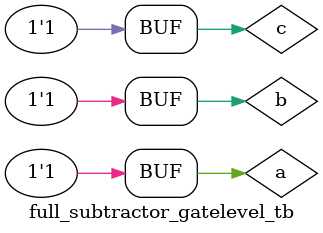
<source format=v>
module full_subtractor_gatelevel(a,b,c,d,bo);
input a,b,c;
output d,bo;
wire t1,t2,t3,t4,t5;
xor G0(t1,a,b);
xnor G1(t2,a,b);
not G2(t3,a);
and G3(t4,t3,b);
xor G4(d,t1,c);
and G5(t5,t2,c);
or G6(bo,t4,t5);
endmodule
//testbench
module full_subtractor_gatelevel_tb;
reg a,b,c;
wire d,bo;
full_subtractor_gatelevel dut(a,b,c,d,bo);
initial
begin
#10 a=1'b0;b=1'b0;c=1'b0;
#10 a=1'b0;b=1'b0;c=1'b1;
#10 a=1'b0;b=1'b1;c=1'b0;
#10 a=1'b0;b=1'b1;c=1'b1;
#10 a=1'b1;b=1'b0;c=1'b0;
#10 a=1'b1;b=1'b0;c=1'b1;
#10 a=1'b1;b=1'b1;c=1'b0;
#10 a=1'b1;b=1'b1;c=1'b1;
end
endmodule

</source>
